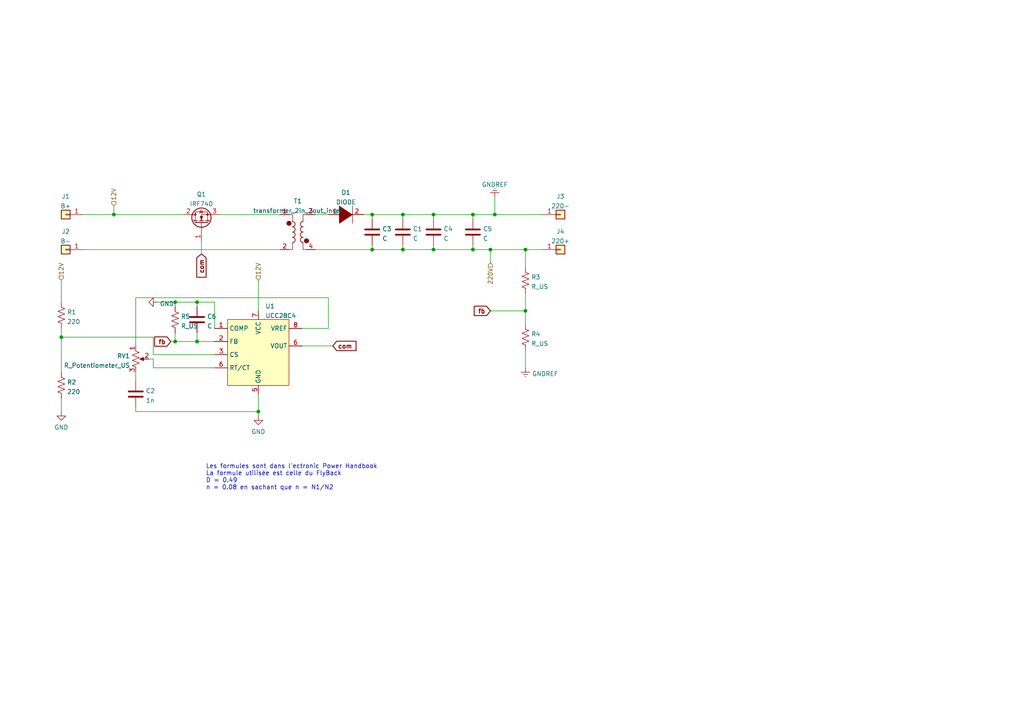
<source format=kicad_sch>
(kicad_sch (version 20211123) (generator eeschema)
  (paper "A4")
  (lib_symbols
    (symbol "Connector_Generic:Conn_01x01" (pin_names (offset 1.016) hide)
      (property "Reference" "J" (at 0 2.54 0))
      (property "Value" "Conn_01x01" (at 0 -2.54 0))
      (symbol "Conn_01x01_1_1"
        (rectangle (start -1.27 0.127) (end 0 -0.127) (stroke (width 0.1524)))
        (rectangle (start -1.27 1.27) (end 1.27 -1.27) (stroke (width 0.254)) (fill (type background)))
        (pin passive line (at -5.08 0 0) (length 3.81) (name "Pin_1") (number "1"))
      )
    )
    (symbol "Device:C" (pin_numbers hide) (pin_names (offset 0.254))
      (property "Reference" "C" (at 0.635 2.54 0))
      (property "Value" "C" (at 0.635 -2.54 0))
      (symbol "C_0_1"
        (polyline (pts (xy -2.032 -0.762) (xy 2.032 -0.762)) (stroke (width 0.508)))
        (polyline (pts (xy -2.032 0.762) (xy 2.032 0.762)) (stroke (width 0.508)))
      )
      (symbol "C_1_1"
        (pin passive line (at 0 3.81 270) (length 2.794) (name "~") (number "1"))
        (pin passive line (at 0 -3.81 90) (length 2.794) (name "~") (number "2"))
      )
    )
    (symbol "Device:R_Potentiometer_US" (pin_names (offset 1.016) hide)
      (property "Reference" "RV" (at -4.445 0 90))
      (property "Value" "R_Potentiometer_US" (at -2.54 0 90))
      (symbol "R_Potentiometer_US_0_1"
        (polyline (pts (xy 0 -2.286) (xy 0 -2.54)))
        (polyline (pts (xy 0 2.54) (xy 0 2.286)))
        (polyline (pts (xy 2.54 0) (xy 1.524 0)))
        (polyline (pts (xy 1.143 0) (xy 2.286 0.508) (xy 2.286 -0.508) (xy 1.143 0)) (fill (type outline)))
        (polyline (pts (xy 0 -0.762) (xy 1.016 -1.143) (xy 0 -1.524) (xy -1.016 -1.905) (xy 0 -2.286)))
        (polyline (pts (xy 0 0.762) (xy 1.016 0.381) (xy 0 0) (xy -1.016 -0.381) (xy 0 -0.762)))
        (polyline (pts (xy 0 2.286) (xy 1.016 1.905) (xy 0 1.524) (xy -1.016 1.143) (xy 0 0.762)))
      )
      (symbol "R_Potentiometer_US_1_1"
        (pin passive line (at 0 3.81 270) (length 1.27) (name "1") (number "1"))
        (pin passive line (at 3.81 0 180) (length 1.27) (name "2") (number "2"))
        (pin passive line (at 0 -3.81 90) (length 1.27) (name "3") (number "3"))
      )
    )
    (symbol "Device:R_US" (pin_numbers hide) (pin_names (offset 0))
      (property "Reference" "R" (at 2.54 0 90))
      (property "Value" "R_US" (at -2.54 0 90))
      (symbol "R_US_0_1"
        (polyline (pts (xy 0 -2.286) (xy 0 -2.54)))
        (polyline (pts (xy 0 2.286) (xy 0 2.54)))
        (polyline (pts (xy 0 -0.762) (xy 1.016 -1.143) (xy 0 -1.524) (xy -1.016 -1.905) (xy 0 -2.286)))
        (polyline (pts (xy 0 0.762) (xy 1.016 0.381) (xy 0 0) (xy -1.016 -0.381) (xy 0 -0.762)))
        (polyline (pts (xy 0 2.286) (xy 1.016 1.905) (xy 0 1.524) (xy -1.016 1.143) (xy 0 0.762)))
      )
      (symbol "R_US_1_1"
        (pin passive line (at 0 3.81 270) (length 1.27) (name "~") (number "1"))
        (pin passive line (at 0 -3.81 90) (length 1.27) (name "~") (number "2"))
      )
    )
    (symbol "Transistor_FET:IRF740" (pin_names hide)
      (property "Reference" "Q" (at 6.35 1.905 0))
      (property "Value" "IRF740" (at 6.35 0 0))
      (symbol "IRF740_0_1"
        (polyline (pts (xy 0.254 0) (xy -2.54 0)))
        (polyline (pts (xy 0.254 1.905) (xy 0.254 -1.905)) (stroke (width 0.254)))
        (polyline (pts (xy 0.762 -1.27) (xy 0.762 -2.286)) (stroke (width 0.254)))
        (polyline (pts (xy 0.762 0.508) (xy 0.762 -0.508)) (stroke (width 0.254)))
        (polyline (pts (xy 0.762 2.286) (xy 0.762 1.27)) (stroke (width 0.254)))
        (polyline (pts (xy 2.54 2.54) (xy 2.54 1.778)))
        (polyline (pts (xy 2.54 -2.54) (xy 2.54 0) (xy 0.762 0)))
        (polyline (pts (xy 0.762 -1.778) (xy 3.302 -1.778) (xy 3.302 1.778) (xy 0.762 1.778)))
        (polyline (pts (xy 1.016 0) (xy 2.032 0.381) (xy 2.032 -0.381) (xy 1.016 0)) (fill (type outline)))
        (polyline (pts (xy 2.794 0.508) (xy 2.921 0.381) (xy 3.683 0.381) (xy 3.81 0.254)))
        (polyline (pts (xy 3.302 0.381) (xy 2.921 -0.254) (xy 3.683 -0.254) (xy 3.302 0.381)))
        (circle (center 1.651 0) (radius 2.794) (stroke (width 0.254)))
        (circle (center 2.54 -1.778) (radius 0.254) (fill (type outline)))
        (circle (center 2.54 1.778) (radius 0.254) (fill (type outline)))
      )
      (symbol "IRF740_1_1"
        (pin input line (at -5.08 0 0) (length 2.54) (name "G") (number "1"))
        (pin passive line (at 2.54 5.08 270) (length 2.54) (name "D") (number "2"))
        (pin passive line (at 2.54 -5.08 90) (length 2.54) (name "S") (number "3"))
      )
    )
    (symbol "mylib:UCC28C4"
      (property "Reference" "U" (at 10.16 -7.62 0))
      (property "Value" "UCC28C4" (at -13.97 -7.62 0))
      (symbol "UCC28C4_0_0"
        (pin power_in line (at 2.54 -7.62 90) (length 2.54) (name "GND") (number "5"))
        (pin power_in line (at 2.54 16.51 270) (length 2.54) (name "VCC") (number "7"))
      )
      (symbol "UCC28C4_0_1"
        (rectangle (start -6.35 13.97) (end 11.43 -5.08) (stroke (width 0.1524)) (fill (type background)))
      )
      (symbol "UCC28C4_1_1"
        (pin input line (at -10.16 11.43 0) (length 3.81) (name "COMP") (number "1"))
        (pin input line (at -10.16 7.62 0) (length 3.81) (name "FB") (number "2"))
        (pin input line (at -10.16 3.81 0) (length 3.81) (name "CS") (number "3"))
        (pin input line (at -10.16 0 0) (length 3.81) (name "RT/CT") (number "6"))
        (pin output line (at 15.24 6.35 180) (length 3.81) (name "VOUT") (number "6"))
        (pin output line (at 15.24 11.43 180) (length 3.81) (name "VREF") (number "8"))
      )
    )
    (symbol "mylib:transformer_2in_2out_inver"
      (property "Reference" "T" (at 11.43 -7.62 0))
      (property "Value" "transformer_2in_2out_inver" (at -12.7 -6.35 0))
      (symbol "transformer_2in_2out_inver_1_1"
        (circle (center -5.08 5.08) (radius 0.635) (fill (type outline)))
        (arc (start -4.064 -0.508) (mid -3.302 0.254) (end -4.064 1.016) (stroke (width 0.2032)))
        (arc (start -4.064 1.016) (mid -3.302 1.778) (end -4.064 2.54) (stroke (width 0.2032)))
        (arc (start -4.064 2.54) (mid -3.302 3.302) (end -4.064 4.064) (stroke (width 0.2032)))
        (arc (start -4.064 4.064) (mid -3.302 4.826) (end -4.064 5.588) (stroke (width 0.2032)))
        (arc (start -1.016 1.016) (mid -1.778 0.254) (end -1.016 -0.508) (stroke (width 0.2032)))
        (arc (start -1.016 2.54) (mid -1.778 1.778) (end -1.016 1.016) (stroke (width 0.2032)))
        (arc (start -1.016 4.064) (mid -1.778 3.302) (end -1.016 2.54) (stroke (width 0.2032)))
        (arc (start -1.016 5.588) (mid -1.778 4.826) (end -1.016 4.064) (stroke (width 0.2032)))
        (polyline (pts (xy -5.08 7.62) (xy -4.064 7.62) (xy -4.064 5.588)) (stroke (width 0.1524)))
        (polyline (pts (xy -4.064 -0.508) (xy -4.064 -2.54) (xy -5.08 -2.54)) (stroke (width 0.1524)))
        (polyline (pts (xy -1.016 5.588) (xy -1.016 7.62) (xy 0 7.62)) (stroke (width 0.1524)))
        (polyline (pts (xy 0 -2.54) (xy -1.016 -2.54) (xy -1.016 -0.508)) (stroke (width 0.1524)))
        (circle (center 0 0) (radius 0.635) (fill (type outline)))
        (pin passive line (at -7.62 7.62 0) (length 2.54) (name "~") (number "1"))
        (pin passive line (at -7.62 -2.54 0) (length 2.54) (name "~") (number "2"))
        (pin passive line (at 2.54 7.62 180) (length 2.54) (name "~") (number "3"))
        (pin passive line (at 2.54 -2.54 180) (length 2.54) (name "~") (number "4"))
        (pin no_connect line (at -5.08 2.54 0) (length 2.54) hide (name "~") (number "5"))
      )
    )
    (symbol "power:GND" (power) (pin_names (offset 0))
      (property "Value" "GND" (at 0 -3.81 0))
      (symbol "GND_0_1"
        (polyline (pts (xy 0 0) (xy 0 -1.27) (xy 1.27 -1.27) (xy 0 -2.54) (xy -1.27 -1.27) (xy 0 -1.27)))
      )
      (symbol "GND_1_1"
        (pin power_in line (at 0 0 270) (length 0) hide (name "GND") (number "1"))
      )
    )
    (symbol "power:GNDREF" (power) (pin_names (offset 0))
      (property "Value" "GNDREF" (at 0 -3.81 0))
      (symbol "GNDREF_0_1"
        (polyline (pts (xy -0.635 -1.905) (xy 0.635 -1.905)))
        (polyline (pts (xy -0.127 -2.54) (xy 0.127 -2.54)))
        (polyline (pts (xy 0 -1.27) (xy 0 0)))
        (polyline (pts (xy 1.27 -1.27) (xy -1.27 -1.27)))
      )
      (symbol "GNDREF_1_1"
        (pin power_in line (at 0 0 270) (length 0) hide (name "GNDREF") (number "1"))
      )
    )
    (symbol "pspice:DIODE" (pin_names (offset 1.016) hide)
      (property "Reference" "D" (at 0 3.81 0))
      (property "Value" "DIODE" (at 0 -4.445 0))
      (symbol "DIODE_0_1"
        (polyline (pts (xy 1.905 2.54) (xy 1.905 -2.54)))
        (polyline (pts (xy -1.905 2.54) (xy -1.905 -2.54) (xy 1.905 0)) (fill (type outline)))
      )
      (symbol "DIODE_1_1"
        (pin input line (at -5.08 0 0) (length 3.81) (name "K") (number "1"))
        (pin input line (at 5.08 0 180) (length 3.81) (name "A") (number "2"))
      )
    )
  )
  (junction (at 142.24 72.39))
  (junction (at 107.95 62.23))
  (junction (at 50.8 87.63))
  (junction (at 137.16 62.23))
  (junction (at 125.73 62.23))
  (junction (at 74.93 119.38))
  (junction (at 116.84 72.39))
  (junction (at 116.84 62.23))
  (junction (at 57.15 99.06))
  (junction (at 143.51 62.23))
  (junction (at 152.4 90.17))
  (junction (at 107.95 72.39))
  (junction (at 17.78 97.79))
  (junction (at 137.16 72.39))
  (junction (at 152.4 72.39))
  (junction (at 50.8 99.06))
  (junction (at 57.15 87.63))
  (junction (at 33.02 62.23))
  (junction (at 125.73 72.39))
  (wire (pts (xy 143.51 62.23) (xy 157.48 62.23)))
  (wire (pts (xy 107.95 62.23) (xy 107.95 63.5)))
  (wire (pts (xy 142.24 72.39) (xy 142.24 76.2)))
  (wire (pts (xy 107.95 62.23) (xy 116.84 62.23)))
  (wire (pts (xy 24.13 62.23) (xy 33.02 62.23)))
  (wire (pts (xy 50.8 87.63) (xy 50.8 88.9)))
  (wire (pts (xy 137.16 62.23) (xy 143.51 62.23)))
  (wire (pts (xy 17.78 81.28) (xy 17.78 87.63)))
  (wire (pts (xy 91.44 72.39) (xy 107.95 72.39)))
  (wire (pts (xy 58.42 69.85) (xy 58.42 73.66)))
  (wire (pts (xy 62.23 95.25) (xy 62.23 87.63)))
  (wire (pts (xy 152.4 101.6) (xy 152.4 106.68)))
  (wire (pts (xy 17.78 95.25) (xy 17.78 97.79)))
  (wire (pts (xy 125.73 62.23) (xy 137.16 62.23)))
  (wire (pts (xy 137.16 63.5) (xy 137.16 62.23)))
  (wire (pts (xy 57.15 99.06) (xy 62.23 99.06)))
  (wire (pts (xy 87.63 95.25) (xy 95.25 95.25)))
  (wire (pts (xy 39.37 107.95) (xy 39.37 110.49)))
  (wire (pts (xy 50.8 96.52) (xy 50.8 99.06)))
  (wire (pts (xy 143.51 57.15) (xy 143.51 62.23)))
  (wire (pts (xy 116.84 62.23) (xy 116.84 63.5)))
  (wire (pts (xy 44.45 97.79) (xy 44.45 102.87)))
  (wire (pts (xy 24.13 72.39) (xy 81.28 72.39)))
  (wire (pts (xy 152.4 85.09) (xy 152.4 90.17)))
  (wire (pts (xy 107.95 71.12) (xy 107.95 72.39)))
  (wire (pts (xy 116.84 72.39) (xy 116.84 71.12)))
  (wire (pts (xy 125.73 71.12) (xy 125.73 72.39)))
  (wire (pts (xy 62.23 102.87) (xy 44.45 102.87)))
  (wire (pts (xy 63.5 62.23) (xy 81.28 62.23)))
  (wire (pts (xy 152.4 72.39) (xy 152.4 77.47)))
  (wire (pts (xy 45.72 87.63) (xy 50.8 87.63)))
  (wire (pts (xy 152.4 72.39) (xy 157.48 72.39)))
  (wire (pts (xy 125.73 62.23) (xy 125.73 63.5)))
  (wire (pts (xy 91.44 62.23) (xy 95.25 62.23)))
  (wire (pts (xy 74.93 81.28) (xy 74.93 90.17)))
  (wire (pts (xy 17.78 97.79) (xy 17.78 107.95)))
  (wire (pts (xy 49.53 99.06) (xy 50.8 99.06)))
  (wire (pts (xy 152.4 90.17) (xy 152.4 93.98)))
  (wire (pts (xy 44.45 106.68) (xy 62.23 106.68)))
  (wire (pts (xy 74.93 119.38) (xy 74.93 120.65)))
  (wire (pts (xy 137.16 71.12) (xy 137.16 72.39)))
  (wire (pts (xy 33.02 62.23) (xy 53.34 62.23)))
  (wire (pts (xy 57.15 87.63) (xy 62.23 87.63)))
  (wire (pts (xy 74.93 114.3) (xy 74.93 119.38)))
  (wire (pts (xy 39.37 119.38) (xy 74.93 119.38)))
  (wire (pts (xy 125.73 72.39) (xy 116.84 72.39)))
  (wire (pts (xy 125.73 72.39) (xy 137.16 72.39)))
  (wire (pts (xy 95.25 95.25) (xy 95.25 86.36)))
  (wire (pts (xy 87.63 100.33) (xy 96.52 100.33)))
  (wire (pts (xy 137.16 72.39) (xy 142.24 72.39)))
  (wire (pts (xy 142.24 72.39) (xy 152.4 72.39)))
  (wire (pts (xy 44.45 104.14) (xy 43.18 104.14)))
  (wire (pts (xy 39.37 86.36) (xy 39.37 100.33)))
  (wire (pts (xy 95.25 86.36) (xy 39.37 86.36)))
  (wire (pts (xy 57.15 96.52) (xy 57.15 99.06)))
  (wire (pts (xy 107.95 72.39) (xy 116.84 72.39)))
  (wire (pts (xy 116.84 62.23) (xy 125.73 62.23)))
  (wire (pts (xy 44.45 97.79) (xy 17.78 97.79)))
  (wire (pts (xy 142.24 90.17) (xy 152.4 90.17)))
  (wire (pts (xy 57.15 87.63) (xy 57.15 88.9)))
  (wire (pts (xy 44.45 106.68) (xy 44.45 104.14)))
  (wire (pts (xy 39.37 118.11) (xy 39.37 119.38)))
  (wire (pts (xy 50.8 87.63) (xy 57.15 87.63)))
  (wire (pts (xy 50.8 99.06) (xy 57.15 99.06)))
  (wire (pts (xy 105.41 62.23) (xy 107.95 62.23)))
  (wire (pts (xy 17.78 115.57) (xy 17.78 119.38)))
  (wire (pts (xy 33.02 59.69) (xy 33.02 62.23)))
  (text "Les formules sont dans l'ectronic Power Handbook\nLa formule utilisée est celle du FlyBack\nD = 0.49\nn = 0.08 en sachant que n = N1/N2" (at 59.69 142.24 0) (effects (font (size 1.27 1.27)) (justify left bottom)))
  (global_label "com" (shape input) (at 58.42 73.66 270) (effects (font (thickness 0.254) bold)) (property "Intersheet References" "${INTERSHEET_REFS}" (effects hide)))
  (global_label "com" (shape input) (at 96.52 100.33 0) (effects (font (thickness 0.254) bold)) (property "Intersheet References" "${INTERSHEET_REFS}" (effects hide)))
  (global_label "fb" (shape input) (at 49.53 99.06 180) (effects (font bold)) (property "Intersheet References" "${INTERSHEET_REFS}" (effects hide)))
  (global_label "fb" (shape input) (at 142.24 90.17 180) (effects (font bold)) (property "Intersheet References" "${INTERSHEET_REFS}" (effects hide)))
  (hierarchical_label "220V" (shape input) (at 142.24 76.2 270))
  (hierarchical_label "12V" (shape input) (at 33.02 59.69 90))
  (hierarchical_label "12V" (shape input) (at 74.93 81.28 90))
  (hierarchical_label "12V" (shape input) (at 17.78 81.28 90))
  (symbol (lib_id "Device:C") (at 57.15 92.71 0) (unit 1)
    (property "Reference" "C6" (at 60.071 91.8015 0) (effects (justify left)))
    (property "Value" "C" (at 60.071 94.5766 0) (effects (justify left)))
  )
  (symbol (lib_id "power:GND") (at 45.72 87.63 270) (unit 1)
    (property "Reference" "#PWR05" (effects hide))
    (property "Value" "GND" (at 46.355 88.109 90) (effects (justify left)))
  )
  (symbol (lib_id "Connector_Generic:Conn_01x01") (at 19.05 62.23 180) (unit 1)
    (property "Reference" "J1" (at 19.05 56.9935 0))
    (property "Value" "B+" (at 19.05 59.7686 0))
  )
  (symbol (lib_id "Connector_Generic:Conn_01x01") (at 162.56 62.23 0) (mirror x) (unit 1)
    (property "Reference" "J3" (at 162.56 56.9935 0))
    (property "Value" "220-" (at 162.56 59.7686 0))
  )
  (symbol (lib_id "Device:C") (at 107.95 67.31 0) (unit 1)
    (property "Reference" "C3" (at 110.871 66.4015 0) (effects (justify left)))
    (property "Value" "C" (at 110.871 69.1766 0) (effects (justify left)))
  )
  (symbol (lib_id "power:GND") (at 74.93 120.65 0) (unit 1)
    (property "Reference" "#PWR01" (effects hide))
    (property "Value" "GND" (at 74.93 125.2125 0))
  )
  (symbol (lib_id "Device:R_US") (at 50.8 92.71 0) (unit 1)
    (property "Reference" "R5" (at 52.451 91.8015 0) (effects (justify left)))
    (property "Value" "R_US" (at 52.451 94.5766 0) (effects (justify left)))
  )
  (symbol (lib_id "Device:R_Potentiometer_US") (at 39.37 104.14 0) (unit 1)
    (property "Reference" "RV1" (at 37.7191 103.2315 0) (effects (justify right)))
    (property "Value" "R_Potentiometer_US" (at 37.7191 106.0066 0) (effects (justify right)))
  )
  (symbol (lib_id "pspice:DIODE") (at 100.33 62.23 0) (unit 1)
    (property "Reference" "D1" (at 100.33 55.8505 0))
    (property "Value" "DIODE" (at 100.33 58.6256 0))
  )
  (symbol (lib_id "Connector_Generic:Conn_01x01") (at 19.05 72.39 180) (unit 1)
    (property "Reference" "J2" (at 19.05 67.1535 0))
    (property "Value" "B-" (at 19.05 69.9286 0))
  )
  (symbol (lib_id "Device:R_US") (at 152.4 97.79 0) (unit 1)
    (property "Reference" "R4" (at 154.051 96.8815 0) (effects (justify left)))
    (property "Value" "R_US" (at 154.051 99.6566 0) (effects (justify left)))
  )
  (symbol (lib_id "Device:R_US") (at 17.78 111.76 0) (unit 1)
    (property "Reference" "R2" (at 19.431 110.8515 0) (effects (justify left)))
    (property "Value" "220" (at 19.431 113.6266 0) (effects (justify left)))
  )
  (symbol (lib_id "Device:C") (at 125.73 67.31 0) (unit 1)
    (property "Reference" "C4" (at 128.651 66.4015 0) (effects (justify left)))
    (property "Value" "C" (at 128.651 69.1766 0) (effects (justify left)))
  )
  (symbol (lib_id "mylib:UCC28C4") (at 72.39 106.68 0) (unit 1)
    (property "Reference" "U1" (at 76.9494 88.7943 0) (effects (justify left)))
    (property "Value" "UCC28C4" (at 76.9494 91.5694 0) (effects (justify left)))
  )
  (symbol (lib_id "power:GND") (at 17.78 119.38 0) (unit 1)
    (property "Reference" "#PWR02" (effects hide))
    (property "Value" "GND" (at 17.78 123.9425 0))
  )
  (symbol (lib_id "power:GNDREF") (at 143.51 57.15 180) (unit 1)
    (property "Reference" "#PWR03" (effects hide))
    (property "Value" "GNDREF" (at 143.51 53.5455 0))
  )
  (symbol (lib_id "Device:C") (at 39.37 114.3 0) (unit 1)
    (property "Reference" "C2" (at 42.291 113.3915 0) (effects (justify left)))
    (property "Value" "1n" (at 42.291 116.1666 0) (effects (justify left)))
  )
  (symbol (lib_id "power:GNDREF") (at 152.4 106.68 0) (unit 1)
    (property "Reference" "#PWR04" (effects hide))
    (property "Value" "GNDREF" (at 154.305 108.429 0) (effects (justify left)))
  )
  (symbol (lib_id "Device:R_US") (at 152.4 81.28 0) (unit 1)
    (property "Reference" "R3" (at 154.051 80.3715 0) (effects (justify left)))
    (property "Value" "R_US" (at 154.051 83.1466 0) (effects (justify left)))
  )
  (symbol (lib_id "Device:C") (at 137.16 67.31 0) (unit 1)
    (property "Reference" "C5" (at 140.081 66.4015 0) (effects (justify left)))
    (property "Value" "C" (at 140.081 69.1766 0) (effects (justify left)))
  )
  (symbol (lib_id "Transistor_FET:IRF740") (at 58.42 64.77 90) (unit 1)
    (property "Reference" "Q1" (at 58.42 56.3585 90))
    (property "Value" "IRF740" (at 58.42 59.1336 90))
    (property "Footprint" "Package_TO_SOT_THT:TO-220-3_Vertical" (effects hide))
    (property "Datasheet" "http://www.vishay.com/docs/91054/91054.pdf" (effects hide))
  )
  (symbol (lib_id "mylib:transformer_2in_2out_inver") (at 88.9 69.85 0) (unit 1)
    (property "Reference" "T1" (at 86.36 58.3143 0))
    (property "Value" "transformer_2in_2out_inver" (at 86.36 61.0894 0))
  )
  (symbol (lib_id "Device:C") (at 116.84 67.31 0) (unit 1)
    (property "Reference" "C1" (at 119.761 66.4015 0) (effects (justify left)))
    (property "Value" "C" (at 119.761 69.1766 0) (effects (justify left)))
  )
  (symbol (lib_id "Connector_Generic:Conn_01x01") (at 162.56 72.39 0) (mirror x) (unit 1)
    (property "Reference" "J4" (at 162.56 67.1535 0))
    (property "Value" "220+" (at 162.56 69.9286 0))
  )
  (symbol (lib_id "Device:R_US") (at 17.78 91.44 0) (unit 1)
    (property "Reference" "R1" (at 19.431 90.5315 0) (effects (justify left)))
    (property "Value" "220" (at 19.431 93.3066 0) (effects (justify left)))
  )
)
</source>
